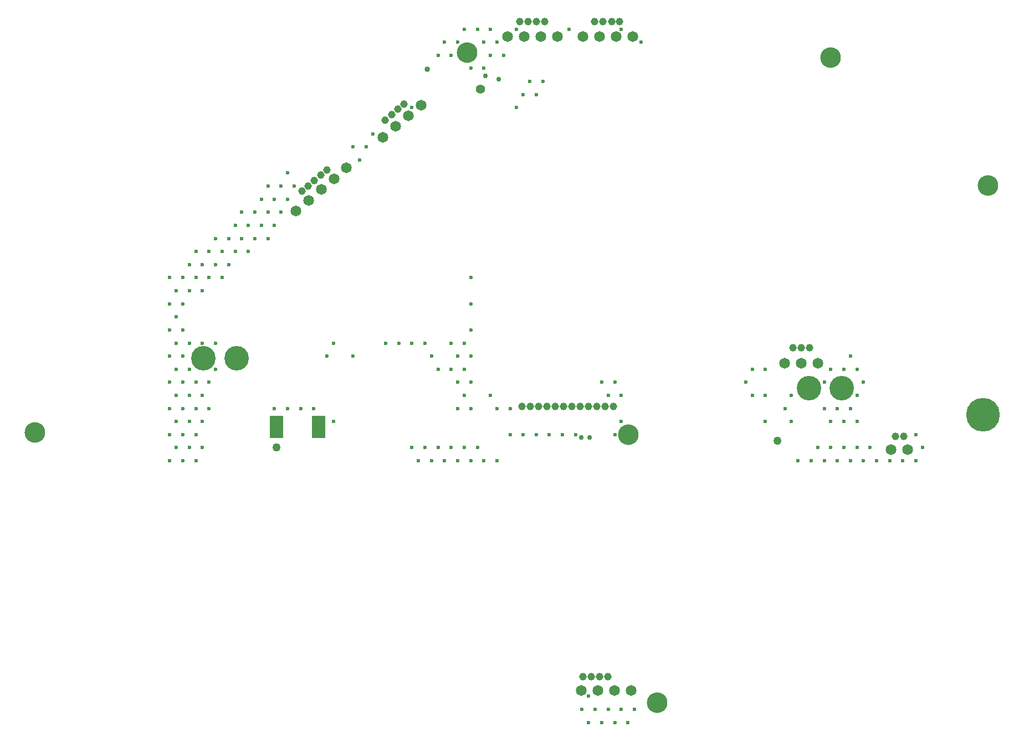
<source format=gbs>
G04*
G04 #@! TF.GenerationSoftware,Altium Limited,Altium Designer,18.1.7 (191)*
G04*
G04 Layer_Color=16711935*
%FSLAX42Y42*%
%MOMM*%
G71*
G01*
G75*
%ADD22C,1.65*%
%ADD23C,1.15*%
%ADD24C,3.75*%
%ADD25C,3.15*%
%ADD26C,5.15*%
%ADD27C,0.60*%
%ADD28C,0.85*%
%ADD29C,1.42*%
%ADD30C,0.75*%
%ADD31C,1.27*%
%ADD54R,2.15X3.45*%
D22*
X5314Y8349D02*
D03*
X5121Y8184D02*
D03*
X4928Y8019D02*
D03*
X5507Y8514D02*
D03*
X5701Y8679D02*
D03*
X9792Y690D02*
D03*
X10046D02*
D03*
X9538D02*
D03*
X9284D02*
D03*
X10071Y10685D02*
D03*
X9817D02*
D03*
X9309D02*
D03*
X9563D02*
D03*
X8161Y10690D02*
D03*
X8415D02*
D03*
X8923D02*
D03*
X8669D02*
D03*
X6839Y9639D02*
D03*
X6645Y9476D02*
D03*
X6256Y9149D02*
D03*
X6450Y9313D02*
D03*
X12646Y5687D02*
D03*
X12900D02*
D03*
X12392D02*
D03*
X14275Y4369D02*
D03*
X14021D02*
D03*
D23*
X5403Y8650D02*
D03*
X5307Y8568D02*
D03*
X5017Y8320D02*
D03*
X5114Y8403D02*
D03*
X5210Y8485D02*
D03*
X6292Y9410D02*
D03*
X6389Y9492D02*
D03*
X6485Y9575D02*
D03*
X6582Y9656D02*
D03*
X9311Y895D02*
D03*
X9438D02*
D03*
X9565Y898D02*
D03*
X9692D02*
D03*
X9494Y10912D02*
D03*
X9621D02*
D03*
X9749Y10914D02*
D03*
X9875D02*
D03*
X8731Y10918D02*
D03*
X8604D02*
D03*
X8477Y10916D02*
D03*
X8350D02*
D03*
X12646Y5929D02*
D03*
X12519D02*
D03*
X12773D02*
D03*
X14084Y4572D02*
D03*
X14211D02*
D03*
X9782Y5033D02*
D03*
X9654D02*
D03*
X9528D02*
D03*
X9400D02*
D03*
X9274D02*
D03*
X9146D02*
D03*
X9019D02*
D03*
X8893D02*
D03*
X8765D02*
D03*
X8639D02*
D03*
X8511D02*
D03*
X8385D02*
D03*
D24*
X13265Y5310D02*
D03*
X12765D02*
D03*
X4017Y5770D02*
D03*
X3517D02*
D03*
D25*
X10007Y4600D02*
D03*
X10447Y500D02*
D03*
X15506Y8413D02*
D03*
X13100Y10368D02*
D03*
X7547Y10443D02*
D03*
X936Y4635D02*
D03*
D26*
X15427Y4900D02*
D03*
D27*
X14400Y4600D02*
D03*
X14500Y4400D02*
D03*
X14400Y4200D02*
D03*
X14200D02*
D03*
X14000D02*
D03*
X13800D02*
D03*
X13600Y5400D02*
D03*
X13700Y4400D02*
D03*
X13600Y4200D02*
D03*
X13400Y5800D02*
D03*
X13500Y5600D02*
D03*
Y5200D02*
D03*
X13400Y5000D02*
D03*
X13500Y4800D02*
D03*
Y4400D02*
D03*
X13400Y4200D02*
D03*
X13300Y5600D02*
D03*
X13200Y5000D02*
D03*
X13300Y4800D02*
D03*
Y4400D02*
D03*
X13200Y4200D02*
D03*
X13100Y5600D02*
D03*
X13000Y5400D02*
D03*
Y5000D02*
D03*
X13100Y4800D02*
D03*
Y4400D02*
D03*
X13000Y4200D02*
D03*
X12900Y4400D02*
D03*
X12800Y4200D02*
D03*
X12600D02*
D03*
X12500Y5200D02*
D03*
X12400Y5000D02*
D03*
X12500Y4800D02*
D03*
X12100Y5600D02*
D03*
Y5200D02*
D03*
Y4800D02*
D03*
X11900Y5600D02*
D03*
X11800Y5400D02*
D03*
X11900Y5200D02*
D03*
X10200Y10600D02*
D03*
X10100Y400D02*
D03*
X10000Y200D02*
D03*
X9900Y10800D02*
D03*
X9800Y5400D02*
D03*
X9900Y5200D02*
D03*
Y4800D02*
D03*
X9800Y4600D02*
D03*
X9900Y400D02*
D03*
X9800Y200D02*
D03*
X9600Y5400D02*
D03*
X9700Y5200D02*
D03*
Y400D02*
D03*
X9600Y200D02*
D03*
X9400Y600D02*
D03*
X9500Y400D02*
D03*
X9400Y200D02*
D03*
X9200Y4600D02*
D03*
X9300Y400D02*
D03*
X9100Y10800D02*
D03*
X9000Y4600D02*
D03*
X8800D02*
D03*
X8700Y10000D02*
D03*
X8600Y9800D02*
D03*
Y4600D02*
D03*
X8500Y10000D02*
D03*
X8400Y9800D02*
D03*
Y4600D02*
D03*
X8300Y10800D02*
D03*
Y9600D02*
D03*
X8200Y5000D02*
D03*
Y4600D02*
D03*
X8000Y10600D02*
D03*
X8100Y10400D02*
D03*
X8000Y5000D02*
D03*
Y4200D02*
D03*
X7900Y10800D02*
D03*
X7800Y10600D02*
D03*
X7900Y10400D02*
D03*
X7800Y10200D02*
D03*
X7900Y5200D02*
D03*
X7800Y4200D02*
D03*
X7700Y10800D02*
D03*
X7600Y10200D02*
D03*
Y7000D02*
D03*
Y6600D02*
D03*
Y6200D02*
D03*
Y5800D02*
D03*
Y5400D02*
D03*
Y5000D02*
D03*
X7700Y4400D02*
D03*
X7600Y4200D02*
D03*
X7500Y10800D02*
D03*
X7400Y10600D02*
D03*
X7500Y6000D02*
D03*
X7400Y5800D02*
D03*
X7500Y5600D02*
D03*
X7400Y5400D02*
D03*
X7500Y5200D02*
D03*
X7400Y5000D02*
D03*
X7500Y4400D02*
D03*
X7400Y4200D02*
D03*
X7200Y10600D02*
D03*
X7300Y10400D02*
D03*
Y6000D02*
D03*
Y5600D02*
D03*
Y4400D02*
D03*
X7200Y4200D02*
D03*
X7100Y10400D02*
D03*
X7000Y5800D02*
D03*
X7100Y5600D02*
D03*
Y4400D02*
D03*
X7000Y4200D02*
D03*
X6900Y6000D02*
D03*
Y4400D02*
D03*
X6800Y4200D02*
D03*
X6700Y9600D02*
D03*
Y6000D02*
D03*
Y4400D02*
D03*
X6500Y6000D02*
D03*
X6300D02*
D03*
X6100Y9200D02*
D03*
X6000Y9000D02*
D03*
X5800D02*
D03*
X5900Y8800D02*
D03*
X5800Y5800D02*
D03*
X5500Y6000D02*
D03*
X5400Y5800D02*
D03*
X5500Y4800D02*
D03*
X5200Y5000D02*
D03*
X5000D02*
D03*
X4800Y8600D02*
D03*
X4900Y8400D02*
D03*
X4800Y8200D02*
D03*
Y5000D02*
D03*
X4700Y8400D02*
D03*
X4600Y8200D02*
D03*
X4700Y8000D02*
D03*
X4600Y7800D02*
D03*
Y5000D02*
D03*
X4500Y8400D02*
D03*
X4400Y8200D02*
D03*
X4500Y8000D02*
D03*
X4400Y7800D02*
D03*
X4500Y7600D02*
D03*
X4300Y8000D02*
D03*
X4200Y7800D02*
D03*
X4300Y7600D02*
D03*
X4200Y7400D02*
D03*
X4100Y8000D02*
D03*
X4000Y7800D02*
D03*
X4100Y7600D02*
D03*
X4000Y7400D02*
D03*
X3900Y7600D02*
D03*
X3800Y7400D02*
D03*
X3900Y7200D02*
D03*
X3800Y7000D02*
D03*
X3700Y7600D02*
D03*
X3600Y7400D02*
D03*
X3700Y7200D02*
D03*
X3600Y7000D02*
D03*
X3700Y6000D02*
D03*
Y5600D02*
D03*
X3600Y5400D02*
D03*
Y5000D02*
D03*
X3400Y7400D02*
D03*
X3500Y7200D02*
D03*
X3400Y7000D02*
D03*
X3500Y6800D02*
D03*
Y6000D02*
D03*
X3400Y5400D02*
D03*
X3500Y5200D02*
D03*
X3400Y5000D02*
D03*
X3500Y4800D02*
D03*
X3400Y4600D02*
D03*
X3500Y4400D02*
D03*
X3400Y4200D02*
D03*
X3300Y7200D02*
D03*
X3200Y7000D02*
D03*
X3300Y6800D02*
D03*
X3200Y6600D02*
D03*
Y6200D02*
D03*
X3300Y6000D02*
D03*
X3200Y5800D02*
D03*
X3300Y5600D02*
D03*
X3200Y5400D02*
D03*
X3300Y5200D02*
D03*
X3200Y5000D02*
D03*
X3300Y4800D02*
D03*
X3200Y4600D02*
D03*
X3300Y4400D02*
D03*
X3200Y4200D02*
D03*
X3000Y7000D02*
D03*
X3100Y6800D02*
D03*
X3000Y6600D02*
D03*
X3100Y6400D02*
D03*
X3000Y6200D02*
D03*
X3100Y6000D02*
D03*
X3000Y5800D02*
D03*
X3100Y5600D02*
D03*
X3000Y5400D02*
D03*
X3100Y5200D02*
D03*
X3000Y5000D02*
D03*
X3100Y4800D02*
D03*
X3000Y4600D02*
D03*
X3100Y4400D02*
D03*
X3000Y4200D02*
D03*
D28*
X6930Y10188D02*
D03*
D29*
X7745Y9878D02*
D03*
D30*
X8025Y10035D02*
D03*
X7826Y10086D02*
D03*
X9290Y4553D02*
D03*
X9418D02*
D03*
D31*
X12282Y4505D02*
D03*
X4631Y4400D02*
D03*
D54*
X4630Y4720D02*
D03*
X5270D02*
D03*
M02*

</source>
